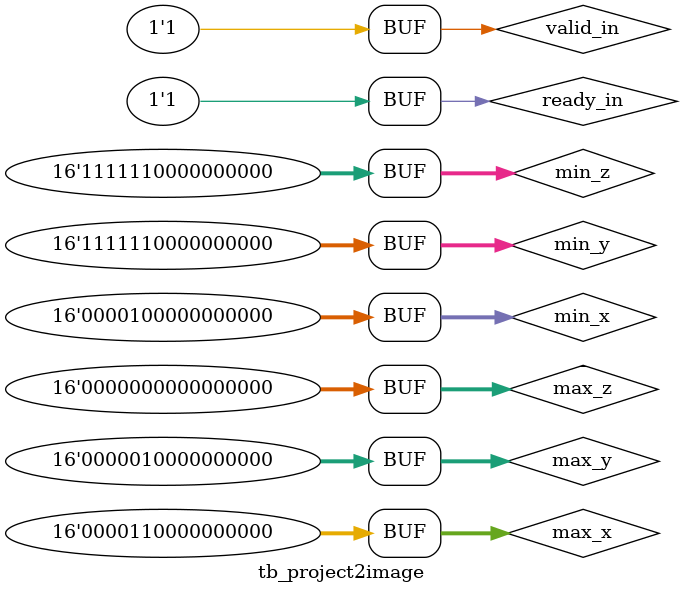
<source format=v>
`timescale 1ns / 1ps

module tb_project2image();

wire clk;
wire valid_in;
wire ready_in;
wire valid_out;
wire ready_out;

wire signed [15:0] min_x; //s6c9f
wire signed [15:0] min_y;
wire signed [15:0] min_z;
wire signed [15:0] max_x;
wire signed [15:0] max_y;
wire signed [15:0] max_z;

wire [10:0] HorMinOut; //uint
wire [10:0] HorMaxOut;
wire [10:0] VerMinOut; //uint
wire [10:0] VerMaxOut;

wire [63:0] bbox;


////////////////////////////////////////
////////////////////////////////////////
////////////////////////////////////////

//load_data LOAD
//(
//    .clk(clk),
//    .valid_out(valid_in),
//    .ready_in(ready_out),
    
//    .min_x(min_x),
//    .min_y(min_y),
//    .min_z(min_z),
//    .max_x(max_x),
//    .max_y(max_y),
//    .max_z(max_z)
//);

assign min_x = 16'h0800;
assign min_y = 16'hfc00;
assign min_z = 16'hfc00;
assign max_x = 16'h0c00;
assign max_y = 16'h0400;
assign max_z = 16'h0000;
assign valid_in = 1;
assign ready_in = 1;

project2image DUT
(
    .clk(clk),
    .valid_in(valid_in),
    .ready_in(ready_in),
    .valid_out(valid_out),
    .ready_out(ready_out),
    
    .min_x(min_x),
    .min_y(min_y),
    .min_z(min_z),
    .max_x(max_x),
    .max_y(max_y),
    .max_z(max_z),
    
    .HorMinOut(HorMinOut),
    .HorMaxOut(HorMaxOut),
    .VerMinOut(VerMinOut),
    .VerMaxOut(VerMaxOut),
    .bbox(bbox)
);

//save_data SAVE
//(
//    .clk(clk),
    
//    .valid_in(valid_out),
//    .ready_out(ready_in),
    
//    .HorMinOut(HorMinOut),
//    .HorMaxOut(HorMaxOut),
//    .VerMinOut(VerMinOut),
//    .VerMaxOut(VerMaxOut)
//);

endmodule

</source>
